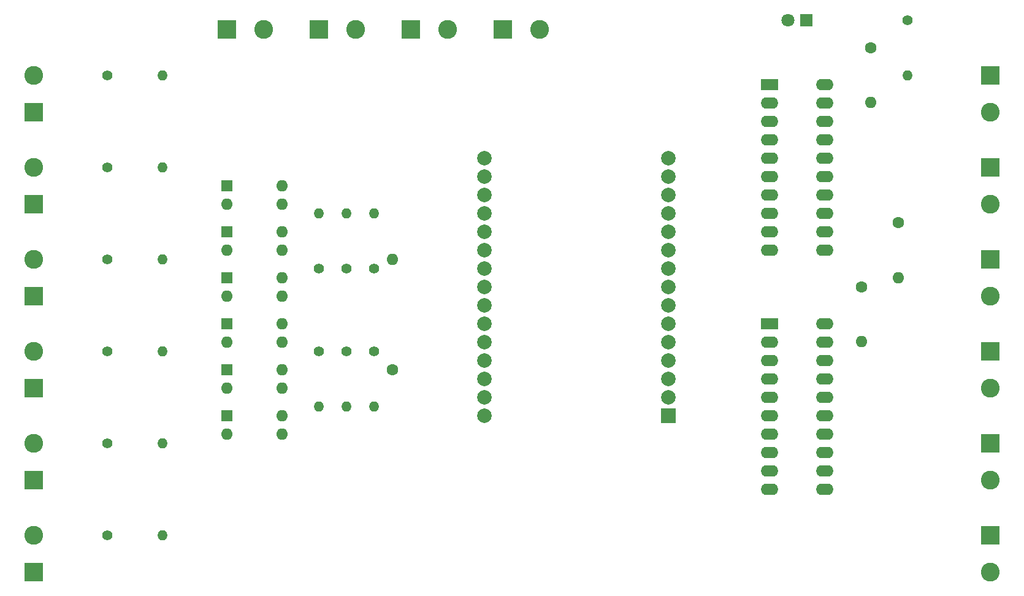
<source format=gtl>
G04 #@! TF.GenerationSoftware,KiCad,Pcbnew,7.0.1-3b83917a11~171~ubuntu20.04.1*
G04 #@! TF.CreationDate,2023-03-12T14:30:51+01:00*
G04 #@! TF.ProjectId,fluidnc-bob,666c7569-646e-4632-9d62-6f622e6b6963,rev?*
G04 #@! TF.SameCoordinates,Original*
G04 #@! TF.FileFunction,Copper,L1,Top*
G04 #@! TF.FilePolarity,Positive*
%FSLAX46Y46*%
G04 Gerber Fmt 4.6, Leading zero omitted, Abs format (unit mm)*
G04 Created by KiCad (PCBNEW 7.0.1-3b83917a11~171~ubuntu20.04.1) date 2023-03-12 14:30:51*
%MOMM*%
%LPD*%
G01*
G04 APERTURE LIST*
G04 #@! TA.AperFunction,ComponentPad*
%ADD10O,1.600000X1.600000*%
G04 #@! TD*
G04 #@! TA.AperFunction,ComponentPad*
%ADD11C,1.600000*%
G04 #@! TD*
G04 #@! TA.AperFunction,ComponentPad*
%ADD12C,2.000000*%
G04 #@! TD*
G04 #@! TA.AperFunction,ComponentPad*
%ADD13R,2.000000X2.000000*%
G04 #@! TD*
G04 #@! TA.AperFunction,ComponentPad*
%ADD14C,2.600000*%
G04 #@! TD*
G04 #@! TA.AperFunction,ComponentPad*
%ADD15R,2.600000X2.600000*%
G04 #@! TD*
G04 #@! TA.AperFunction,ComponentPad*
%ADD16O,1.400000X1.400000*%
G04 #@! TD*
G04 #@! TA.AperFunction,ComponentPad*
%ADD17C,1.400000*%
G04 #@! TD*
G04 #@! TA.AperFunction,ComponentPad*
%ADD18R,2.400000X1.600000*%
G04 #@! TD*
G04 #@! TA.AperFunction,ComponentPad*
%ADD19O,2.400000X1.600000*%
G04 #@! TD*
G04 #@! TA.AperFunction,ComponentPad*
%ADD20C,1.800000*%
G04 #@! TD*
G04 #@! TA.AperFunction,ComponentPad*
%ADD21R,1.800000X1.800000*%
G04 #@! TD*
G04 #@! TA.AperFunction,ComponentPad*
%ADD22R,1.600000X1.600000*%
G04 #@! TD*
G04 APERTURE END LIST*
D10*
X123190000Y-73660000D03*
D11*
X123190000Y-88900000D03*
D12*
X135890000Y-59690000D03*
X135890000Y-62230000D03*
X135890000Y-64770000D03*
X135890000Y-67310000D03*
X135890000Y-69850000D03*
X135890000Y-72390000D03*
X135890000Y-74930000D03*
X135890000Y-77470000D03*
X135890000Y-80010000D03*
X135890000Y-82550000D03*
X135890000Y-85090000D03*
X135890000Y-87630000D03*
X135890000Y-90170000D03*
X135890000Y-92710000D03*
X135890000Y-95250000D03*
X161290000Y-59690000D03*
X161290000Y-62230000D03*
X161290000Y-64770000D03*
X161290000Y-67310000D03*
X161290000Y-69850000D03*
X161290000Y-72390000D03*
X161290000Y-74930000D03*
X161290000Y-77470000D03*
X161290000Y-80010000D03*
X161290000Y-82550000D03*
X161290000Y-85090000D03*
X161290000Y-87630000D03*
X161290000Y-90170000D03*
X161290000Y-92710000D03*
D13*
X161290000Y-95250000D03*
D14*
X143510000Y-41910000D03*
D15*
X138430000Y-41910000D03*
D14*
X130810000Y-41910000D03*
D15*
X125730000Y-41910000D03*
D14*
X105410000Y-41910000D03*
D15*
X100330000Y-41910000D03*
D14*
X118110000Y-41910000D03*
D15*
X113030000Y-41910000D03*
D10*
X193040000Y-76200000D03*
D11*
X193040000Y-68580000D03*
D16*
X116840000Y-93980000D03*
D17*
X116840000Y-86360000D03*
D16*
X194310000Y-48260000D03*
D17*
X194310000Y-40640000D03*
D16*
X113030000Y-67310000D03*
D17*
X113030000Y-74930000D03*
D16*
X113030000Y-93980000D03*
D17*
X113030000Y-86360000D03*
D16*
X120650000Y-93980000D03*
D17*
X120650000Y-86360000D03*
D16*
X116840000Y-67310000D03*
D17*
X116840000Y-74930000D03*
D16*
X120650000Y-67310000D03*
D17*
X120650000Y-74930000D03*
D16*
X91440000Y-73660000D03*
D17*
X83820000Y-73660000D03*
D16*
X91440000Y-86360000D03*
D17*
X83820000Y-86360000D03*
D16*
X91440000Y-111760000D03*
D17*
X83820000Y-111760000D03*
D16*
X91440000Y-99060000D03*
D17*
X83820000Y-99060000D03*
D16*
X91440000Y-60960000D03*
D17*
X83820000Y-60960000D03*
D16*
X91440000Y-48260000D03*
D17*
X83820000Y-48260000D03*
D14*
X205740000Y-66040000D03*
D15*
X205740000Y-60960000D03*
D14*
X205740000Y-53340000D03*
D15*
X205740000Y-48260000D03*
D14*
X205740000Y-116840000D03*
D15*
X205740000Y-111760000D03*
D14*
X205740000Y-104140000D03*
D15*
X205740000Y-99060000D03*
D14*
X205740000Y-91440000D03*
D15*
X205740000Y-86360000D03*
D14*
X205740000Y-78740000D03*
D15*
X205740000Y-73660000D03*
D14*
X73660000Y-73660000D03*
D15*
X73660000Y-78740000D03*
D14*
X73660000Y-86360000D03*
D15*
X73660000Y-91440000D03*
D14*
X73660000Y-111760000D03*
D15*
X73660000Y-116840000D03*
D14*
X73660000Y-99060000D03*
D15*
X73660000Y-104140000D03*
D14*
X73660000Y-60960000D03*
D15*
X73660000Y-66040000D03*
D14*
X73660000Y-48260000D03*
D15*
X73660000Y-53340000D03*
D18*
X175260000Y-49530000D03*
D19*
X182880000Y-72390000D03*
X175260000Y-52070000D03*
X182880000Y-69850000D03*
X175260000Y-54610000D03*
X182880000Y-67310000D03*
X175260000Y-57150000D03*
X182880000Y-64770000D03*
X175260000Y-59690000D03*
X182880000Y-62230000D03*
X175260000Y-62230000D03*
X182880000Y-59690000D03*
X175260000Y-64770000D03*
X182880000Y-57150000D03*
X175260000Y-67310000D03*
X182880000Y-54610000D03*
X175260000Y-69850000D03*
X182880000Y-52070000D03*
X175260000Y-72390000D03*
X182880000Y-49530000D03*
X182880000Y-82550000D03*
X175260000Y-105410000D03*
X182880000Y-85090000D03*
X175260000Y-102870000D03*
X182880000Y-87630000D03*
X175260000Y-100330000D03*
X182880000Y-90170000D03*
X175260000Y-97790000D03*
X182880000Y-92710000D03*
X175260000Y-95250000D03*
X182880000Y-95250000D03*
X175260000Y-92710000D03*
X182880000Y-97790000D03*
X175260000Y-90170000D03*
X182880000Y-100330000D03*
X175260000Y-87630000D03*
X182880000Y-102870000D03*
X175260000Y-85090000D03*
X182880000Y-105410000D03*
D18*
X175260000Y-82550000D03*
D20*
X177800000Y-40640000D03*
D21*
X180340000Y-40640000D03*
D10*
X189230000Y-51950000D03*
D11*
X189230000Y-44450000D03*
D10*
X187960000Y-84970000D03*
D11*
X187960000Y-77470000D03*
D10*
X107950000Y-76200000D03*
X100330000Y-78740000D03*
X107950000Y-78740000D03*
D22*
X100330000Y-76200000D03*
D10*
X107950000Y-82550000D03*
X100330000Y-85090000D03*
X107950000Y-85090000D03*
D22*
X100330000Y-82550000D03*
D10*
X107950000Y-95250000D03*
X100330000Y-97790000D03*
X107950000Y-97790000D03*
D22*
X100330000Y-95250000D03*
D10*
X107950000Y-88900000D03*
X100330000Y-91440000D03*
X107950000Y-91440000D03*
D22*
X100330000Y-88900000D03*
D10*
X107950000Y-69850000D03*
X100330000Y-72390000D03*
X107950000Y-72390000D03*
D22*
X100330000Y-69850000D03*
D10*
X107950000Y-63500000D03*
X100330000Y-66040000D03*
X107950000Y-66040000D03*
D22*
X100330000Y-63500000D03*
M02*

</source>
